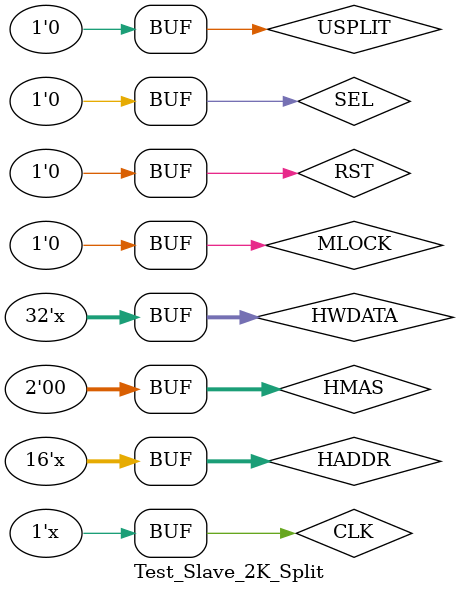
<source format=v>
`timescale 1ns / 1ps


module Test_Slave_2K_Split;

	// Inputs
	reg SEL;
	reg [15:0] HADDR;
	reg [31:0] HWDATA;
	reg CLK;
	reg RST;
	reg [1:0] HMAS;
	reg MLOCK;
	reg USPLIT;

	// Outputs
	wire [31:0] HRDATA;
	wire [1:0] HRESP;
	wire HREADY;
	wire [1:0] HSPLIT;
	wire AB;

	// Instantiate the Unit Under Test (UUT)
	Slave_2K_Split uut (
		.SEL(SEL), 
		.HADDR(HADDR), 
		.HWDATA(HWDATA), 
		.HRDATA(HRDATA), 
		.HRESP(HRESP), 
		.CLK(CLK), 
		.HREADY(HREADY), 
		.HSPLIT(HSPLIT), 
		.RST(RST), 
		.HMAS(HMAS), 
		.MLOCK(MLOCK), 
		.USPLIT(USPLIT), 
		.AB(AB)
	);
	always #10 CLK=~CLK;
	
/*	initial begin
	#933 RST = 1; // Random reset stimuli
	#30 RST = 0;
	end
*/
	initial begin
		// Initialize Inputs
		SEL = 0;
		HADDR = 0;
		HWDATA = 0;
		CLK = 0;
		RST = 0;
		HMAS = 0;
		MLOCK = 0;
		USPLIT = 0;

		// Wait 100 ns for global reset to finish
		#100;
        
		// Add stimulus here
		
		#200 HADDR = 16'bx ; HWDATA = 32'bx; SEL = 0; HMAS = 2'b0; MLOCK = 0;
		
	/*	// Write
		
		#200 HADDR = 16'b0011000000000011 ; HWDATA = $random; SEL = 1; HMAS = 2'b01; MLOCK = 0;
		
		#20 HADDR = 16'b1011000000000011 ;
		
		#100 HADDR = 16'bx ; HWDATA = 32'bx; #20 SEL = 0; HMAS = 2'b0; MLOCK = 0;
		
		// Write with reset
		
		#200 HADDR = 16'b0011000000000011 ; HWDATA = $random; SEL = 1; HMAS = 2'b01; MLOCK = 0;
		
		#20 HADDR = 16'b1011000000000011 ;
		
		#100 HADDR = 16'bx ; HWDATA = 32'bx; #20 SEL = 0; HMAS = 2'b0; MLOCK = 0;
		
		// Read
		
		#200 HADDR = 16'b0010000000000011 ; SEL = 1; HMAS = 2'b01; MLOCK = 0;
		
		#20 HADDR = 16'b1010000000000011 ;
		
		#100 HADDR = 16'bx ; HWDATA = 32'bx; #20 SEL = 0; HMAS = 2'b0; MLOCK = 0;
	
	*/	// Split
		
			#200 HADDR = 16'bx ; HWDATA = 32'bx; SEL = 0; HMAS = 2'b0; MLOCK = 0;
		
			// Write
			#100 HADDR = 16'b0011000000000011 ; HWDATA = $random; SEL = 1; HMAS = 2'b01; MLOCK = 0;
		
			#20 HADDR = 16'b1011000000000011 ;
			
			#100 HADDR = 16'bx ; HWDATA = 32'bx; #20 SEL = 0; HMAS = 2'b0; MLOCK = 0;
			
			// Read
			#200 HADDR = 16'b0010000000000011 ; SEL = 1; HMAS = 2'b01; MLOCK = 0;
			
			#20 HADDR = 16'b1010000000000011 ; 
			
				// Split invoked
				
				#20 USPLIT = 1; #20 SEL = 0;
				
				// Split revoked
				
				#250 USPLIT = 0; #20 SEL = 1;
			
			#200 HADDR = 16'bx ; HWDATA = 32'bx; SEL = 0; HMAS = 2'b0; MLOCK = 0;
	
	end
      
endmodule


</source>
